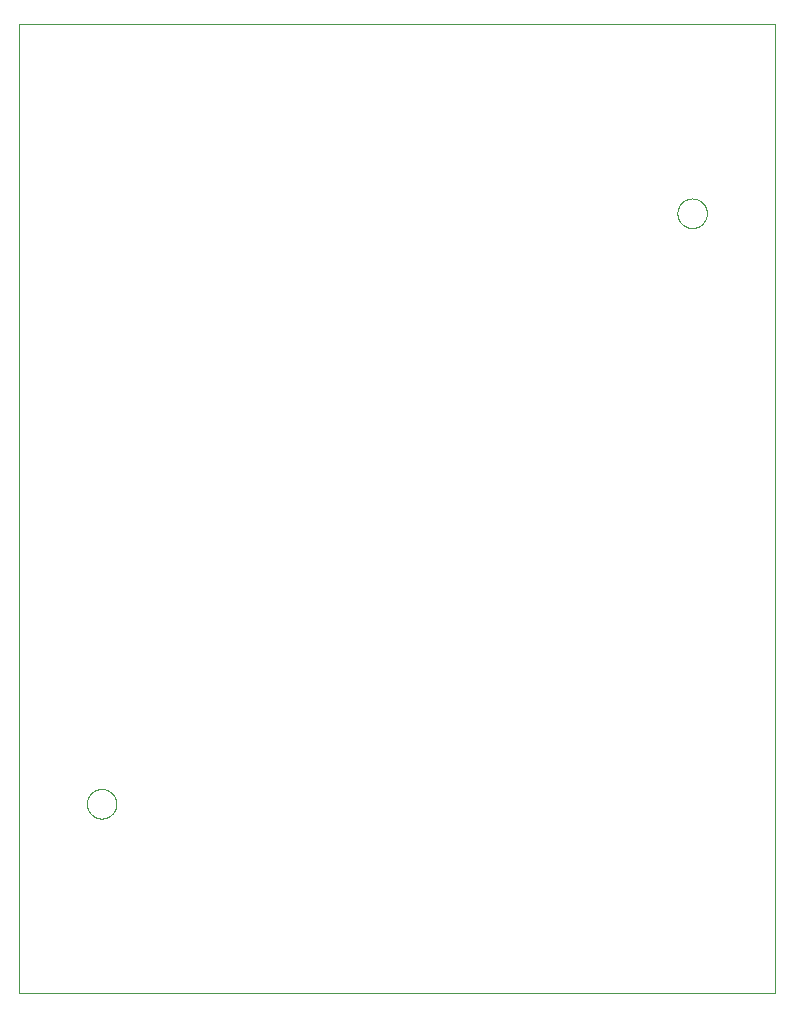
<source format=gtp>
G75*
%MOIN*%
%OFA0B0*%
%FSLAX25Y25*%
%IPPOS*%
%LPD*%
%AMOC8*
5,1,8,0,0,1.08239X$1,22.5*
%
%ADD10C,0.00000*%
D10*
X0001300Y0001300D02*
X0001300Y0324135D01*
X0253269Y0324135D01*
X0253269Y0001300D01*
X0001300Y0001300D01*
X0023938Y0064292D02*
X0023940Y0064432D01*
X0023946Y0064572D01*
X0023956Y0064711D01*
X0023970Y0064850D01*
X0023988Y0064989D01*
X0024009Y0065127D01*
X0024035Y0065265D01*
X0024065Y0065402D01*
X0024098Y0065537D01*
X0024136Y0065672D01*
X0024177Y0065806D01*
X0024222Y0065939D01*
X0024270Y0066070D01*
X0024323Y0066199D01*
X0024379Y0066328D01*
X0024438Y0066454D01*
X0024502Y0066579D01*
X0024568Y0066702D01*
X0024639Y0066823D01*
X0024712Y0066942D01*
X0024789Y0067059D01*
X0024870Y0067173D01*
X0024953Y0067285D01*
X0025040Y0067395D01*
X0025130Y0067503D01*
X0025222Y0067607D01*
X0025318Y0067709D01*
X0025417Y0067809D01*
X0025518Y0067905D01*
X0025622Y0067999D01*
X0025729Y0068089D01*
X0025838Y0068176D01*
X0025950Y0068261D01*
X0026064Y0068342D01*
X0026180Y0068420D01*
X0026298Y0068494D01*
X0026419Y0068565D01*
X0026541Y0068633D01*
X0026666Y0068697D01*
X0026792Y0068758D01*
X0026919Y0068815D01*
X0027049Y0068868D01*
X0027180Y0068918D01*
X0027312Y0068963D01*
X0027445Y0069006D01*
X0027580Y0069044D01*
X0027715Y0069078D01*
X0027852Y0069109D01*
X0027989Y0069136D01*
X0028127Y0069158D01*
X0028266Y0069177D01*
X0028405Y0069192D01*
X0028544Y0069203D01*
X0028684Y0069210D01*
X0028824Y0069213D01*
X0028964Y0069212D01*
X0029104Y0069207D01*
X0029243Y0069198D01*
X0029383Y0069185D01*
X0029522Y0069168D01*
X0029660Y0069147D01*
X0029798Y0069123D01*
X0029935Y0069094D01*
X0030071Y0069062D01*
X0030206Y0069025D01*
X0030340Y0068985D01*
X0030473Y0068941D01*
X0030604Y0068893D01*
X0030734Y0068842D01*
X0030863Y0068787D01*
X0030990Y0068728D01*
X0031115Y0068665D01*
X0031238Y0068600D01*
X0031360Y0068530D01*
X0031479Y0068457D01*
X0031597Y0068381D01*
X0031712Y0068302D01*
X0031825Y0068219D01*
X0031935Y0068133D01*
X0032043Y0068044D01*
X0032148Y0067952D01*
X0032251Y0067857D01*
X0032351Y0067759D01*
X0032448Y0067659D01*
X0032542Y0067555D01*
X0032634Y0067449D01*
X0032722Y0067341D01*
X0032807Y0067230D01*
X0032889Y0067116D01*
X0032968Y0067000D01*
X0033043Y0066883D01*
X0033115Y0066763D01*
X0033183Y0066641D01*
X0033248Y0066517D01*
X0033310Y0066391D01*
X0033368Y0066264D01*
X0033422Y0066135D01*
X0033473Y0066004D01*
X0033519Y0065872D01*
X0033562Y0065739D01*
X0033602Y0065605D01*
X0033637Y0065470D01*
X0033669Y0065333D01*
X0033696Y0065196D01*
X0033720Y0065058D01*
X0033740Y0064920D01*
X0033756Y0064781D01*
X0033768Y0064641D01*
X0033776Y0064502D01*
X0033780Y0064362D01*
X0033780Y0064222D01*
X0033776Y0064082D01*
X0033768Y0063943D01*
X0033756Y0063803D01*
X0033740Y0063664D01*
X0033720Y0063526D01*
X0033696Y0063388D01*
X0033669Y0063251D01*
X0033637Y0063114D01*
X0033602Y0062979D01*
X0033562Y0062845D01*
X0033519Y0062712D01*
X0033473Y0062580D01*
X0033422Y0062449D01*
X0033368Y0062320D01*
X0033310Y0062193D01*
X0033248Y0062067D01*
X0033183Y0061943D01*
X0033115Y0061821D01*
X0033043Y0061701D01*
X0032968Y0061584D01*
X0032889Y0061468D01*
X0032807Y0061354D01*
X0032722Y0061243D01*
X0032634Y0061135D01*
X0032542Y0061029D01*
X0032448Y0060925D01*
X0032351Y0060825D01*
X0032251Y0060727D01*
X0032148Y0060632D01*
X0032043Y0060540D01*
X0031935Y0060451D01*
X0031825Y0060365D01*
X0031712Y0060282D01*
X0031597Y0060203D01*
X0031479Y0060127D01*
X0031360Y0060054D01*
X0031238Y0059984D01*
X0031115Y0059919D01*
X0030990Y0059856D01*
X0030863Y0059797D01*
X0030734Y0059742D01*
X0030604Y0059691D01*
X0030473Y0059643D01*
X0030340Y0059599D01*
X0030206Y0059559D01*
X0030071Y0059522D01*
X0029935Y0059490D01*
X0029798Y0059461D01*
X0029660Y0059437D01*
X0029522Y0059416D01*
X0029383Y0059399D01*
X0029243Y0059386D01*
X0029104Y0059377D01*
X0028964Y0059372D01*
X0028824Y0059371D01*
X0028684Y0059374D01*
X0028544Y0059381D01*
X0028405Y0059392D01*
X0028266Y0059407D01*
X0028127Y0059426D01*
X0027989Y0059448D01*
X0027852Y0059475D01*
X0027715Y0059506D01*
X0027580Y0059540D01*
X0027445Y0059578D01*
X0027312Y0059621D01*
X0027180Y0059666D01*
X0027049Y0059716D01*
X0026919Y0059769D01*
X0026792Y0059826D01*
X0026666Y0059887D01*
X0026541Y0059951D01*
X0026419Y0060019D01*
X0026298Y0060090D01*
X0026180Y0060164D01*
X0026064Y0060242D01*
X0025950Y0060323D01*
X0025838Y0060408D01*
X0025729Y0060495D01*
X0025622Y0060585D01*
X0025518Y0060679D01*
X0025417Y0060775D01*
X0025318Y0060875D01*
X0025222Y0060977D01*
X0025130Y0061081D01*
X0025040Y0061189D01*
X0024953Y0061299D01*
X0024870Y0061411D01*
X0024789Y0061525D01*
X0024712Y0061642D01*
X0024639Y0061761D01*
X0024568Y0061882D01*
X0024502Y0062005D01*
X0024438Y0062130D01*
X0024379Y0062256D01*
X0024323Y0062385D01*
X0024270Y0062514D01*
X0024222Y0062645D01*
X0024177Y0062778D01*
X0024136Y0062912D01*
X0024098Y0063047D01*
X0024065Y0063182D01*
X0024035Y0063319D01*
X0024009Y0063457D01*
X0023988Y0063595D01*
X0023970Y0063734D01*
X0023956Y0063873D01*
X0023946Y0064012D01*
X0023940Y0064152D01*
X0023938Y0064292D01*
X0220788Y0261143D02*
X0220790Y0261283D01*
X0220796Y0261423D01*
X0220806Y0261562D01*
X0220820Y0261701D01*
X0220838Y0261840D01*
X0220859Y0261978D01*
X0220885Y0262116D01*
X0220915Y0262253D01*
X0220948Y0262388D01*
X0220986Y0262523D01*
X0221027Y0262657D01*
X0221072Y0262790D01*
X0221120Y0262921D01*
X0221173Y0263050D01*
X0221229Y0263179D01*
X0221288Y0263305D01*
X0221352Y0263430D01*
X0221418Y0263553D01*
X0221489Y0263674D01*
X0221562Y0263793D01*
X0221639Y0263910D01*
X0221720Y0264024D01*
X0221803Y0264136D01*
X0221890Y0264246D01*
X0221980Y0264354D01*
X0222072Y0264458D01*
X0222168Y0264560D01*
X0222267Y0264660D01*
X0222368Y0264756D01*
X0222472Y0264850D01*
X0222579Y0264940D01*
X0222688Y0265027D01*
X0222800Y0265112D01*
X0222914Y0265193D01*
X0223030Y0265271D01*
X0223148Y0265345D01*
X0223269Y0265416D01*
X0223391Y0265484D01*
X0223516Y0265548D01*
X0223642Y0265609D01*
X0223769Y0265666D01*
X0223899Y0265719D01*
X0224030Y0265769D01*
X0224162Y0265814D01*
X0224295Y0265857D01*
X0224430Y0265895D01*
X0224565Y0265929D01*
X0224702Y0265960D01*
X0224839Y0265987D01*
X0224977Y0266009D01*
X0225116Y0266028D01*
X0225255Y0266043D01*
X0225394Y0266054D01*
X0225534Y0266061D01*
X0225674Y0266064D01*
X0225814Y0266063D01*
X0225954Y0266058D01*
X0226093Y0266049D01*
X0226233Y0266036D01*
X0226372Y0266019D01*
X0226510Y0265998D01*
X0226648Y0265974D01*
X0226785Y0265945D01*
X0226921Y0265913D01*
X0227056Y0265876D01*
X0227190Y0265836D01*
X0227323Y0265792D01*
X0227454Y0265744D01*
X0227584Y0265693D01*
X0227713Y0265638D01*
X0227840Y0265579D01*
X0227965Y0265516D01*
X0228088Y0265451D01*
X0228210Y0265381D01*
X0228329Y0265308D01*
X0228447Y0265232D01*
X0228562Y0265153D01*
X0228675Y0265070D01*
X0228785Y0264984D01*
X0228893Y0264895D01*
X0228998Y0264803D01*
X0229101Y0264708D01*
X0229201Y0264610D01*
X0229298Y0264510D01*
X0229392Y0264406D01*
X0229484Y0264300D01*
X0229572Y0264192D01*
X0229657Y0264081D01*
X0229739Y0263967D01*
X0229818Y0263851D01*
X0229893Y0263734D01*
X0229965Y0263614D01*
X0230033Y0263492D01*
X0230098Y0263368D01*
X0230160Y0263242D01*
X0230218Y0263115D01*
X0230272Y0262986D01*
X0230323Y0262855D01*
X0230369Y0262723D01*
X0230412Y0262590D01*
X0230452Y0262456D01*
X0230487Y0262321D01*
X0230519Y0262184D01*
X0230546Y0262047D01*
X0230570Y0261909D01*
X0230590Y0261771D01*
X0230606Y0261632D01*
X0230618Y0261492D01*
X0230626Y0261353D01*
X0230630Y0261213D01*
X0230630Y0261073D01*
X0230626Y0260933D01*
X0230618Y0260794D01*
X0230606Y0260654D01*
X0230590Y0260515D01*
X0230570Y0260377D01*
X0230546Y0260239D01*
X0230519Y0260102D01*
X0230487Y0259965D01*
X0230452Y0259830D01*
X0230412Y0259696D01*
X0230369Y0259563D01*
X0230323Y0259431D01*
X0230272Y0259300D01*
X0230218Y0259171D01*
X0230160Y0259044D01*
X0230098Y0258918D01*
X0230033Y0258794D01*
X0229965Y0258672D01*
X0229893Y0258552D01*
X0229818Y0258435D01*
X0229739Y0258319D01*
X0229657Y0258205D01*
X0229572Y0258094D01*
X0229484Y0257986D01*
X0229392Y0257880D01*
X0229298Y0257776D01*
X0229201Y0257676D01*
X0229101Y0257578D01*
X0228998Y0257483D01*
X0228893Y0257391D01*
X0228785Y0257302D01*
X0228675Y0257216D01*
X0228562Y0257133D01*
X0228447Y0257054D01*
X0228329Y0256978D01*
X0228210Y0256905D01*
X0228088Y0256835D01*
X0227965Y0256770D01*
X0227840Y0256707D01*
X0227713Y0256648D01*
X0227584Y0256593D01*
X0227454Y0256542D01*
X0227323Y0256494D01*
X0227190Y0256450D01*
X0227056Y0256410D01*
X0226921Y0256373D01*
X0226785Y0256341D01*
X0226648Y0256312D01*
X0226510Y0256288D01*
X0226372Y0256267D01*
X0226233Y0256250D01*
X0226093Y0256237D01*
X0225954Y0256228D01*
X0225814Y0256223D01*
X0225674Y0256222D01*
X0225534Y0256225D01*
X0225394Y0256232D01*
X0225255Y0256243D01*
X0225116Y0256258D01*
X0224977Y0256277D01*
X0224839Y0256299D01*
X0224702Y0256326D01*
X0224565Y0256357D01*
X0224430Y0256391D01*
X0224295Y0256429D01*
X0224162Y0256472D01*
X0224030Y0256517D01*
X0223899Y0256567D01*
X0223769Y0256620D01*
X0223642Y0256677D01*
X0223516Y0256738D01*
X0223391Y0256802D01*
X0223269Y0256870D01*
X0223148Y0256941D01*
X0223030Y0257015D01*
X0222914Y0257093D01*
X0222800Y0257174D01*
X0222688Y0257259D01*
X0222579Y0257346D01*
X0222472Y0257436D01*
X0222368Y0257530D01*
X0222267Y0257626D01*
X0222168Y0257726D01*
X0222072Y0257828D01*
X0221980Y0257932D01*
X0221890Y0258040D01*
X0221803Y0258150D01*
X0221720Y0258262D01*
X0221639Y0258376D01*
X0221562Y0258493D01*
X0221489Y0258612D01*
X0221418Y0258733D01*
X0221352Y0258856D01*
X0221288Y0258981D01*
X0221229Y0259107D01*
X0221173Y0259236D01*
X0221120Y0259365D01*
X0221072Y0259496D01*
X0221027Y0259629D01*
X0220986Y0259763D01*
X0220948Y0259898D01*
X0220915Y0260033D01*
X0220885Y0260170D01*
X0220859Y0260308D01*
X0220838Y0260446D01*
X0220820Y0260585D01*
X0220806Y0260724D01*
X0220796Y0260863D01*
X0220790Y0261003D01*
X0220788Y0261143D01*
M02*

</source>
